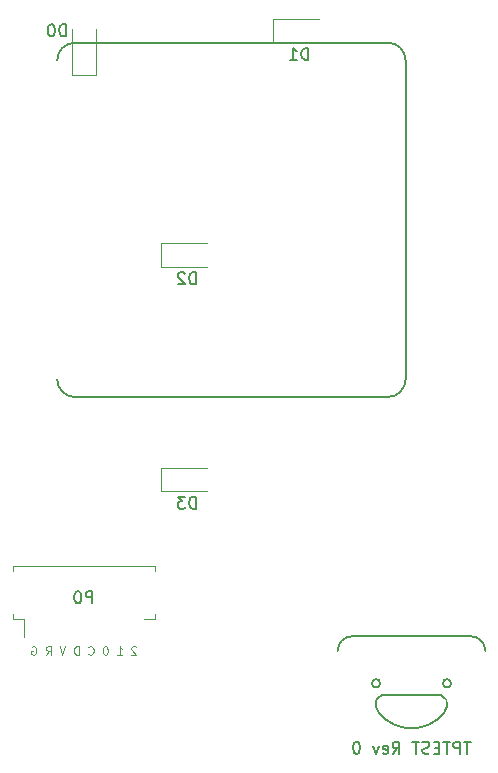
<source format=gbo>
G04 #@! TF.FileFunction,Legend,Bot*
%FSLAX46Y46*%
G04 Gerber Fmt 4.6, Leading zero omitted, Abs format (unit mm)*
G04 Created by KiCad (PCBNEW 4.0.5) date Sun Feb 26 14:27:26 2017*
%MOMM*%
%LPD*%
G01*
G04 APERTURE LIST*
%ADD10C,0.100000*%
%ADD11C,0.150000*%
%ADD12C,0.120000*%
G04 APERTURE END LIST*
D10*
X128683333Y-95183333D02*
X128649999Y-95150000D01*
X128583333Y-95116667D01*
X128416666Y-95116667D01*
X128349999Y-95150000D01*
X128316666Y-95183333D01*
X128283333Y-95250000D01*
X128283333Y-95316667D01*
X128316666Y-95416667D01*
X128716666Y-95816667D01*
X128283333Y-95816667D01*
X127083333Y-95816667D02*
X127483333Y-95816667D01*
X127283333Y-95816667D02*
X127283333Y-95116667D01*
X127349999Y-95216667D01*
X127416666Y-95283333D01*
X127483333Y-95316667D01*
X126116666Y-95116667D02*
X126049999Y-95116667D01*
X125983333Y-95150000D01*
X125949999Y-95183333D01*
X125916666Y-95250000D01*
X125883333Y-95383333D01*
X125883333Y-95550000D01*
X125916666Y-95683333D01*
X125949999Y-95750000D01*
X125983333Y-95783333D01*
X126049999Y-95816667D01*
X126116666Y-95816667D01*
X126183333Y-95783333D01*
X126216666Y-95750000D01*
X126249999Y-95683333D01*
X126283333Y-95550000D01*
X126283333Y-95383333D01*
X126249999Y-95250000D01*
X126216666Y-95183333D01*
X126183333Y-95150000D01*
X126116666Y-95116667D01*
X124649999Y-95750000D02*
X124683333Y-95783333D01*
X124783333Y-95816667D01*
X124849999Y-95816667D01*
X124949999Y-95783333D01*
X125016666Y-95716667D01*
X125049999Y-95650000D01*
X125083333Y-95516667D01*
X125083333Y-95416667D01*
X125049999Y-95283333D01*
X125016666Y-95216667D01*
X124949999Y-95150000D01*
X124849999Y-95116667D01*
X124783333Y-95116667D01*
X124683333Y-95150000D01*
X124649999Y-95183333D01*
X123816666Y-95816667D02*
X123816666Y-95116667D01*
X123650000Y-95116667D01*
X123550000Y-95150000D01*
X123483333Y-95216667D01*
X123450000Y-95283333D01*
X123416666Y-95416667D01*
X123416666Y-95516667D01*
X123450000Y-95650000D01*
X123483333Y-95716667D01*
X123550000Y-95783333D01*
X123650000Y-95816667D01*
X123816666Y-95816667D01*
X122683333Y-95116667D02*
X122450000Y-95816667D01*
X122216667Y-95116667D01*
X121050000Y-95816667D02*
X121283334Y-95483333D01*
X121450000Y-95816667D02*
X121450000Y-95116667D01*
X121183334Y-95116667D01*
X121116667Y-95150000D01*
X121083334Y-95183333D01*
X121050000Y-95250000D01*
X121050000Y-95350000D01*
X121083334Y-95416667D01*
X121116667Y-95450000D01*
X121183334Y-95483333D01*
X121450000Y-95483333D01*
X119850001Y-95150000D02*
X119916667Y-95116667D01*
X120016667Y-95116667D01*
X120116667Y-95150000D01*
X120183334Y-95216667D01*
X120216667Y-95283333D01*
X120250001Y-95416667D01*
X120250001Y-95516667D01*
X120216667Y-95650000D01*
X120183334Y-95716667D01*
X120116667Y-95783333D01*
X120016667Y-95816667D01*
X119950001Y-95816667D01*
X119850001Y-95783333D01*
X119816667Y-95750000D01*
X119816667Y-95516667D01*
X119950001Y-95516667D01*
D11*
X157000000Y-94250000D02*
X147000000Y-94250000D01*
X154750000Y-100750000D02*
G75*
G02X149250000Y-100750000I-2750000J2250000D01*
G01*
X154983412Y-100245261D02*
G75*
G02X154750000Y-100750000I-1733412J495261D01*
G01*
X154500000Y-99250000D02*
G75*
G02X155000000Y-100250000I-250000J-750000D01*
G01*
X149235646Y-100759569D02*
G75*
G02X149000000Y-100250000I1514354J1009569D01*
G01*
X149015975Y-100293610D02*
G75*
G02X149500000Y-99250000I734025J293610D01*
G01*
X145750000Y-95500000D02*
G75*
G02X147000000Y-94250000I1250000J0D01*
G01*
X157000000Y-94250000D02*
G75*
G02X158250000Y-95500000I0J-1250000D01*
G01*
X149353553Y-98250000D02*
G75*
G03X149353553Y-98250000I-353553J0D01*
G01*
X155353553Y-98250000D02*
G75*
G03X155353553Y-98250000I-353553J0D01*
G01*
X154500000Y-99250000D02*
X149500000Y-99250000D01*
D12*
X129325000Y-92800000D02*
X130275000Y-92800000D01*
X130275000Y-92800000D02*
X130275000Y-92400000D01*
X119175000Y-92800000D02*
X118225000Y-92800000D01*
X118225000Y-92800000D02*
X118225000Y-92400000D01*
X130275000Y-88700000D02*
X130275000Y-88300000D01*
X130275000Y-88300000D02*
X124250000Y-88300000D01*
X118225000Y-88700000D02*
X118225000Y-88300000D01*
X118225000Y-88300000D02*
X124250000Y-88300000D01*
X119175000Y-92800000D02*
X119175000Y-94300000D01*
X125250000Y-46750000D02*
X123250000Y-46750000D01*
X123250000Y-46750000D02*
X123250000Y-42850000D01*
X125250000Y-46750000D02*
X125250000Y-42850000D01*
X140250000Y-44000000D02*
X140250000Y-42000000D01*
X140250000Y-42000000D02*
X144150000Y-42000000D01*
X140250000Y-44000000D02*
X144150000Y-44000000D01*
X130750000Y-63000000D02*
X130750000Y-61000000D01*
X130750000Y-61000000D02*
X134650000Y-61000000D01*
X130750000Y-63000000D02*
X134650000Y-63000000D01*
X130750000Y-82000000D02*
X130750000Y-80000000D01*
X130750000Y-80000000D02*
X134650000Y-80000000D01*
X130750000Y-82000000D02*
X134650000Y-82000000D01*
D11*
X122000000Y-72500000D02*
G75*
G03X123500000Y-74000000I1500000J0D01*
G01*
X150000000Y-74000000D02*
G75*
G03X151500000Y-72500000I0J1500000D01*
G01*
X151500000Y-45500000D02*
G75*
G03X150000000Y-44000000I-1500000J0D01*
G01*
X123500000Y-44000000D02*
G75*
G03X122000000Y-45500000I0J-1500000D01*
G01*
X123500000Y-44000000D02*
X150000000Y-44000000D01*
X151500000Y-45500000D02*
X151500000Y-72500000D01*
X150000000Y-74000000D02*
X123500000Y-74000000D01*
X157023810Y-103202381D02*
X156452381Y-103202381D01*
X156738096Y-104202381D02*
X156738096Y-103202381D01*
X156119048Y-104202381D02*
X156119048Y-103202381D01*
X155738095Y-103202381D01*
X155642857Y-103250000D01*
X155595238Y-103297619D01*
X155547619Y-103392857D01*
X155547619Y-103535714D01*
X155595238Y-103630952D01*
X155642857Y-103678571D01*
X155738095Y-103726190D01*
X156119048Y-103726190D01*
X155261905Y-103202381D02*
X154690476Y-103202381D01*
X154976191Y-104202381D02*
X154976191Y-103202381D01*
X154357143Y-103678571D02*
X154023809Y-103678571D01*
X153880952Y-104202381D02*
X154357143Y-104202381D01*
X154357143Y-103202381D01*
X153880952Y-103202381D01*
X153500000Y-104154762D02*
X153357143Y-104202381D01*
X153119047Y-104202381D01*
X153023809Y-104154762D01*
X152976190Y-104107143D01*
X152928571Y-104011905D01*
X152928571Y-103916667D01*
X152976190Y-103821429D01*
X153023809Y-103773810D01*
X153119047Y-103726190D01*
X153309524Y-103678571D01*
X153404762Y-103630952D01*
X153452381Y-103583333D01*
X153500000Y-103488095D01*
X153500000Y-103392857D01*
X153452381Y-103297619D01*
X153404762Y-103250000D01*
X153309524Y-103202381D01*
X153071428Y-103202381D01*
X152928571Y-103250000D01*
X152642857Y-103202381D02*
X152071428Y-103202381D01*
X152357143Y-104202381D02*
X152357143Y-103202381D01*
X150404761Y-104202381D02*
X150738095Y-103726190D01*
X150976190Y-104202381D02*
X150976190Y-103202381D01*
X150595237Y-103202381D01*
X150499999Y-103250000D01*
X150452380Y-103297619D01*
X150404761Y-103392857D01*
X150404761Y-103535714D01*
X150452380Y-103630952D01*
X150499999Y-103678571D01*
X150595237Y-103726190D01*
X150976190Y-103726190D01*
X149595237Y-104154762D02*
X149690475Y-104202381D01*
X149880952Y-104202381D01*
X149976190Y-104154762D01*
X150023809Y-104059524D01*
X150023809Y-103678571D01*
X149976190Y-103583333D01*
X149880952Y-103535714D01*
X149690475Y-103535714D01*
X149595237Y-103583333D01*
X149547618Y-103678571D01*
X149547618Y-103773810D01*
X150023809Y-103869048D01*
X149214285Y-103535714D02*
X148976190Y-104202381D01*
X148738094Y-103535714D01*
X147404761Y-103202381D02*
X147309522Y-103202381D01*
X147214284Y-103250000D01*
X147166665Y-103297619D01*
X147119046Y-103392857D01*
X147071427Y-103583333D01*
X147071427Y-103821429D01*
X147119046Y-104011905D01*
X147166665Y-104107143D01*
X147214284Y-104154762D01*
X147309522Y-104202381D01*
X147404761Y-104202381D01*
X147499999Y-104154762D01*
X147547618Y-104107143D01*
X147595237Y-104011905D01*
X147642856Y-103821429D01*
X147642856Y-103583333D01*
X147595237Y-103392857D01*
X147547618Y-103297619D01*
X147499999Y-103250000D01*
X147404761Y-103202381D01*
X124988095Y-91452381D02*
X124988095Y-90452381D01*
X124607142Y-90452381D01*
X124511904Y-90500000D01*
X124464285Y-90547619D01*
X124416666Y-90642857D01*
X124416666Y-90785714D01*
X124464285Y-90880952D01*
X124511904Y-90928571D01*
X124607142Y-90976190D01*
X124988095Y-90976190D01*
X123797619Y-90452381D02*
X123702380Y-90452381D01*
X123607142Y-90500000D01*
X123559523Y-90547619D01*
X123511904Y-90642857D01*
X123464285Y-90833333D01*
X123464285Y-91071429D01*
X123511904Y-91261905D01*
X123559523Y-91357143D01*
X123607142Y-91404762D01*
X123702380Y-91452381D01*
X123797619Y-91452381D01*
X123892857Y-91404762D01*
X123940476Y-91357143D01*
X123988095Y-91261905D01*
X124035714Y-91071429D01*
X124035714Y-90833333D01*
X123988095Y-90642857D01*
X123940476Y-90547619D01*
X123892857Y-90500000D01*
X123797619Y-90452381D01*
X122738095Y-43452381D02*
X122738095Y-42452381D01*
X122500000Y-42452381D01*
X122357142Y-42500000D01*
X122261904Y-42595238D01*
X122214285Y-42690476D01*
X122166666Y-42880952D01*
X122166666Y-43023810D01*
X122214285Y-43214286D01*
X122261904Y-43309524D01*
X122357142Y-43404762D01*
X122500000Y-43452381D01*
X122738095Y-43452381D01*
X121547619Y-42452381D02*
X121452380Y-42452381D01*
X121357142Y-42500000D01*
X121309523Y-42547619D01*
X121261904Y-42642857D01*
X121214285Y-42833333D01*
X121214285Y-43071429D01*
X121261904Y-43261905D01*
X121309523Y-43357143D01*
X121357142Y-43404762D01*
X121452380Y-43452381D01*
X121547619Y-43452381D01*
X121642857Y-43404762D01*
X121690476Y-43357143D01*
X121738095Y-43261905D01*
X121785714Y-43071429D01*
X121785714Y-42833333D01*
X121738095Y-42642857D01*
X121690476Y-42547619D01*
X121642857Y-42500000D01*
X121547619Y-42452381D01*
X143238095Y-45452381D02*
X143238095Y-44452381D01*
X143000000Y-44452381D01*
X142857142Y-44500000D01*
X142761904Y-44595238D01*
X142714285Y-44690476D01*
X142666666Y-44880952D01*
X142666666Y-45023810D01*
X142714285Y-45214286D01*
X142761904Y-45309524D01*
X142857142Y-45404762D01*
X143000000Y-45452381D01*
X143238095Y-45452381D01*
X141714285Y-45452381D02*
X142285714Y-45452381D01*
X142000000Y-45452381D02*
X142000000Y-44452381D01*
X142095238Y-44595238D01*
X142190476Y-44690476D01*
X142285714Y-44738095D01*
X133738095Y-64452381D02*
X133738095Y-63452381D01*
X133500000Y-63452381D01*
X133357142Y-63500000D01*
X133261904Y-63595238D01*
X133214285Y-63690476D01*
X133166666Y-63880952D01*
X133166666Y-64023810D01*
X133214285Y-64214286D01*
X133261904Y-64309524D01*
X133357142Y-64404762D01*
X133500000Y-64452381D01*
X133738095Y-64452381D01*
X132785714Y-63547619D02*
X132738095Y-63500000D01*
X132642857Y-63452381D01*
X132404761Y-63452381D01*
X132309523Y-63500000D01*
X132261904Y-63547619D01*
X132214285Y-63642857D01*
X132214285Y-63738095D01*
X132261904Y-63880952D01*
X132833333Y-64452381D01*
X132214285Y-64452381D01*
X133738095Y-83452381D02*
X133738095Y-82452381D01*
X133500000Y-82452381D01*
X133357142Y-82500000D01*
X133261904Y-82595238D01*
X133214285Y-82690476D01*
X133166666Y-82880952D01*
X133166666Y-83023810D01*
X133214285Y-83214286D01*
X133261904Y-83309524D01*
X133357142Y-83404762D01*
X133500000Y-83452381D01*
X133738095Y-83452381D01*
X132833333Y-82452381D02*
X132214285Y-82452381D01*
X132547619Y-82833333D01*
X132404761Y-82833333D01*
X132309523Y-82880952D01*
X132261904Y-82928571D01*
X132214285Y-83023810D01*
X132214285Y-83261905D01*
X132261904Y-83357143D01*
X132309523Y-83404762D01*
X132404761Y-83452381D01*
X132690476Y-83452381D01*
X132785714Y-83404762D01*
X132833333Y-83357143D01*
M02*

</source>
